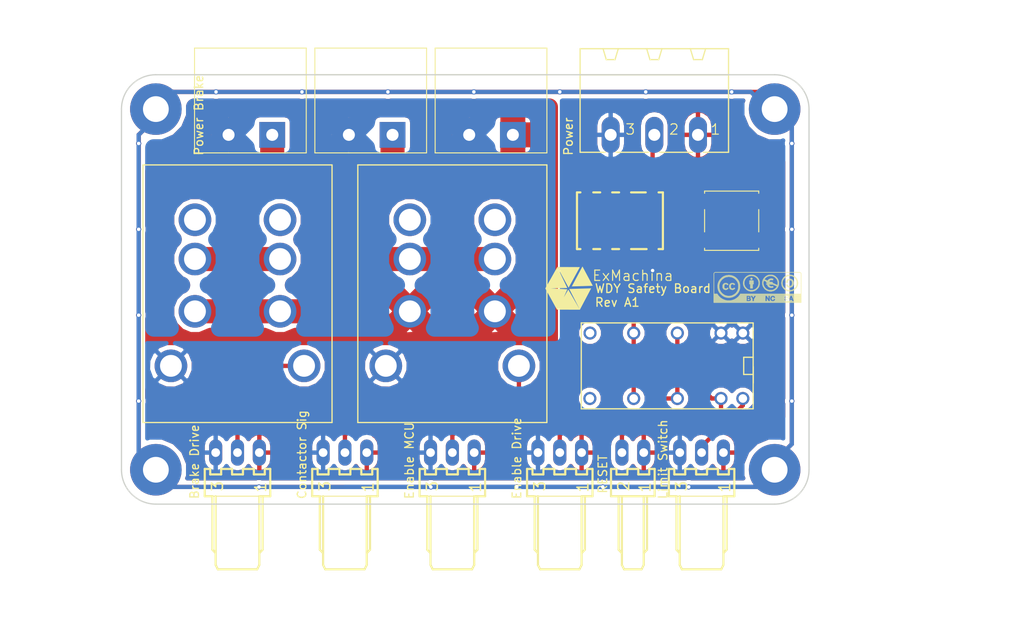
<source format=kicad_pcb>
(kicad_pcb (version 4) (host pcbnew 4.0.6)
  (layers (0 F.Cu signal hide) (31 B.Cu signal hide) (34 B.Paste user) (35 F.Paste user) (36 B.SilkS user) (37 F.SilkS user) (38 B.Mask user) (39 F.Mask user) (44 Edge.Cuts user))
  (net 0 "")
  (net 1 +24V)
  (net 2 GND)
  (net 3 /+24V_BRAKE)
  (net 4 /GND_BRAKE)
  (net 5 "Net-(K1-Pad2)")
  (net 6 "Net-(K1-Pad3)")
  (net 7 "Net-(K2-Pad2)")
  (net 8 "Net-(K2-Pad1)")
  (net 9 BRAKE_DRIVE)
  (net 10 EMERGENCY_SIG)
  (net 11 LIMIT_SIG)
  (net 12 RESET)
  (net 13 Earth)
  (net 14 "Net-(K3-Pad11)")
  (net 15 "Net-(K3-Pad8)")
  (net 16 "Net-(K4-Pad2)")
  (net 17 "Net-(K3-Pad9)")
  (net 18 "Net-(K4-Pad7)")
  (net 19 "Net-(K1-Pad1)")
  (net 20 CONTACTOR_OUT)
  (net 21 BRAKE_OUT)
  (module 7395-02 (layer F.Cu) (at 172 119.5)
    (fp_text reference J10)
    (fp_text value 22-05-7028)
    (fp_text user 1 (at 1.41986 4.03606 270) (layer F.SilkS) (effects (font (size 1.27 1.27) (thickness 0.1778))))
    (fp_text user 2 (at -1.0668 3.90906 270) (layer F.SilkS) (effects (font (size 1.27 1.27) (thickness 0.1778))))
    (pad 1 thru_hole oval (at 1.27 0 180) (size 1.524 3.048) (drill 1.016) (layers *.Cu *.Paste *.Mask) (net 1 +24V))
    (pad 2 thru_hole oval (at -1.27 0 180) (size 1.524 3.048) (drill 1.016) (layers *.Cu *.Paste *.Mask) (net 12 RESET))
  )
  (module relay:PT08-0 (layer F.Cu) (at 151 101)
    (fp_text reference K1)
    (fp_text value LY2-D-DC24)
    (pad 2 thru_hole circle (at 4.95 -8.61) (size 3.8 3.8) (drill 2.54) (layers *.Cu *.Mask) (net 5 "Net-(K1-Pad2)"))
    (pad 1 thru_hole circle (at -4.95 -8.61) (size 3.8 3.8) (drill 2.54) (layers *.Cu *.Mask) (net 19 "Net-(K1-Pad1)"))
    (pad 3 thru_hole circle (at -4.95 -4.04) (size 3.8 3.8) (drill 2.54) (layers *.Cu *.Mask) (net 6 "Net-(K1-Pad3)"))
    (pad 5 thru_hole circle (at -4.95 2.05) (size 3.8 3.8) (drill 2.54) (layers *.Cu *.Mask) (net 3 /+24V_BRAKE))
    (pad 4 thru_hole circle (at 4.95 -4.04) (size 3.8 3.8) (drill 2.54) (layers *.Cu *.Mask) (net 6 "Net-(K1-Pad3)"))
    (pad 6 thru_hole circle (at 4.95 2.05) (size 3.8 3.8) (drill 2.54) (layers *.Cu *.Mask) (net 3 /+24V_BRAKE))
    (pad 8 thru_hole circle (at 7.745 8.4) (size 3.8 3.8) (drill 2.54) (layers *.Cu *.Mask) (net 20 CONTACTOR_OUT))
    (pad 7 thru_hole circle (at -7.745 8.4) (size 3.8 3.8) (drill 2.54) (layers *.Cu *.Mask) (net 2 GND))
  )
  (module relay:G6K-2G-Y (layer F.Cu) (at 170.5 92.5 180)
    (fp_text reference K4)
    (fp_text value G6K-2G-Y-24DC)
    (pad 1 smd rect (at -3.79984 2.84988 180) (size 1.19888 1.79832) (layers F.Cu F.Paste F.Mask) (net 10 EMERGENCY_SIG))
    (pad 2 smd rect (at -0.59944 2.84988 180) (size 1.19888 1.79832) (layers F.Cu F.Paste F.Mask) (net 16 "Net-(K4-Pad2)"))
    (pad 3 smd rect (at 1.59766 2.84988 180) (size 1.19888 1.79832) (layers F.Cu F.Paste F.Mask) (net 1 +24V))
    (pad 4 smd rect (at 3.79984 2.84988 180) (size 1.19888 1.79832) (layers F.Cu F.Paste F.Mask) (net 14 "Net-(K3-Pad11)"))
    (pad 5 smd rect (at 3.79984 -2.84988 180) (size 1.19888 1.79832) (layers F.Cu F.Paste F.Mask) (net 14 "Net-(K3-Pad11)"))
    (pad 6 smd rect (at 1.59766 -2.84988 180) (size 1.19888 1.79832) (layers F.Cu F.Paste F.Mask) (net 1 +24V))
    (pad 7 smd rect (at -0.59944 -2.84988 180) (size 1.19888 1.79832) (layers F.Cu F.Paste F.Mask) (net 18 "Net-(K4-Pad7)"))
    (pad 8 smd rect (at -3.79984 -2.84988 180) (size 1.19888 1.79832) (layers F.Cu F.Paste F.Mask) (net 2 GND))
  )
  (module Fiducials:Fiducial_1mm_Dia_2.54mm_Outer_CopperTop (layer F.Cu) (at 116.5 84.5)
    (fp_text reference REF** hide)
    (fp_text value Fiducial hide)
    (pad ~ smd circle (at 0 0) (size 1 1) (layers F.Cu F.Mask) (clearance 0.77))
  )
  (module Fiducials:Fiducial_1mm_Dia_2.54mm_Outer_CopperTop (layer F.Cu) (at 116.5 116.5)
    (fp_text reference REF** hide)
    (fp_text value Fiducial hide)
    (pad ~ smd circle (at 0 0) (size 1 1) (layers F.Cu F.Mask) (clearance 0.77))
  )
  (module 22-05-7038 (layer F.Cu) (at 126 119.5)
    (fp_text reference J6)
    (fp_text value 22-05-7038)
    (fp_text user 1 (at 2.68986 4.03606 270) (layer F.SilkS) (effects (font (size 1.27 1.27) (thickness 0.1778))))
    (fp_text user 3 (at -2.3368 3.90906 270) (layer F.SilkS) (effects (font (size 1.27 1.27) (thickness 0.1778))))
    (pad 1 thru_hole oval (at 2.54 0 180) (size 1.524 3.048) (drill 1.016) (layers *.Cu *.Paste *.Mask) (net 1 +24V))
    (pad 2 thru_hole oval (at 0 0 180) (size 1.524 3.048) (drill 1.016) (layers *.Cu *.Paste *.Mask) (net 9 BRAKE_DRIVE))
    (pad 3 thru_hole oval (at -2.54 0 180) (size 1.524 3.048) (drill 1.016) (layers *.Cu *.Paste *.Mask) (net 2 GND))
  )
  (module conn_Molex:22-05-7038 (layer F.Cu) (at 180 119.5)
    (fp_text reference J7)
    (fp_text value 22-05-7038)
    (fp_text user 1 (at 2.68986 4.03606 270) (layer F.SilkS) (effects (font (size 1.27 1.27) (thickness 0.1778))))
    (fp_text user 3 (at -2.3368 3.90906 270) (layer F.SilkS) (effects (font (size 1.27 1.27) (thickness 0.1778))))
    (pad 1 thru_hole oval (at 2.54 0 180) (size 1.524 3.048) (drill 1.016) (layers *.Cu *.Paste *.Mask) (net 1 +24V))
    (pad 2 thru_hole oval (at 0 0 180) (size 1.524 3.048) (drill 1.016) (layers *.Cu *.Paste *.Mask) (net 11 LIMIT_SIG))
    (pad 3 thru_hole oval (at -2.54 0 180) (size 1.524 3.048) (drill 1.016) (layers *.Cu *.Paste *.Mask) (net 2 GND))
  )
  (module Mounting_Holes:MountingHole_3mm_Pad (layer F.Cu) (at 188.5 79.5)
    (fp_text reference MK3 hide)
    (fp_text value Mounting_Hole_PAD hide)
    (pad 1 thru_hole circle (at 0 0) (size 6 6) (drill 3) (layers *.Cu *.Mask) (net 13 Earth))
  )
  (module Mounting_Holes:MountingHole_3mm_Pad (layer F.Cu) (at 116.5 121.5)
    (fp_text reference MK1 hide)
    (fp_text value Mounting_Hole_PAD hide)
    (pad 1 thru_hole circle (at 0 0) (size 6 6) (drill 3) (layers *.Cu *.Mask) (net 13 Earth))
  )
  (module Mounting_Holes:MountingHole_3mm_Pad (layer F.Cu) (at 188.5 121.5)
    (fp_text reference MK2 hide)
    (fp_text value Mounting_Hole_PAD hide)
    (pad 1 thru_hole circle (at 0 0) (size 6 6) (drill 3) (layers *.Cu *.Mask) (net 13 Earth))
  )
  (module Mounting_Holes:MountingHole_3mm_Pad (layer F.Cu) (at 116.5 79.5)
    (fp_text reference MK4 hide)
    (fp_text value Mounting_Hole_PAD hide)
    (pad 1 thru_hole circle (at 0 0) (size 6 6) (drill 3) (layers *.Cu *.Mask) (net 13 Earth))
  )
  (module conn_Phoenix:MSTBA3 (layer F.Cu) (at 174.5 77.42 180)
    (fp_text reference J1)
    (fp_text value MSTBA2.5/3-G)
    (fp_text user 1 (at -7.112 -4.445 180) (layer F.SilkS) (effects (font (size 1.2065 1.2065) (thickness 0.127))))
    (fp_text user 2 (at -2.286 -4.445 180) (layer F.SilkS) (effects (font (size 1.2065 1.2065) (thickness 0.127))))
    (fp_text user 3 (at 2.794 -4.445 180) (layer F.SilkS) (effects (font (size 1.2065 1.2065) (thickness 0.127))))
    (pad 1 thru_hole oval (at -5.08 -5.08 270) (size 4.191 2.0955) (drill 1.397) (layers *.Cu *.Mask) (net 1 +24V))
    (pad 2 thru_hole oval (at 0 -5.08 270) (size 4.191 2.0955) (drill 1.397) (layers *.Cu *.Mask) (net 10 EMERGENCY_SIG))
    (pad 3 thru_hole oval (at 5.08 -5.08 270) (size 4.191 2.0955) (drill 1.397) (layers *.Cu *.Mask) (net 2 GND))
  )
  (module conn_Molex:22-05-7038 (layer F.Cu) (at 151 119.5)
    (fp_text reference J3)
    (fp_text value 22-05-7038)
    (fp_text user 1 (at 2.68986 4.03606 270) (layer F.SilkS) (effects (font (size 1.27 1.27) (thickness 0.1778))))
    (fp_text user 3 (at -2.3368 3.90906 270) (layer F.SilkS) (effects (font (size 1.27 1.27) (thickness 0.1778))))
    (pad 1 thru_hole oval (at 2.54 0 180) (size 1.524 3.048) (drill 1.016) (layers *.Cu *.Paste *.Mask) (net 1 +24V))
    (pad 2 thru_hole oval (at 0 0 180) (size 1.524 3.048) (drill 1.016) (layers *.Cu *.Paste *.Mask) (net 20 CONTACTOR_OUT))
    (pad 3 thru_hole oval (at -2.54 0 180) (size 1.524 3.048) (drill 1.016) (layers *.Cu *.Paste *.Mask) (net 2 GND))
  )
  (module conn_Molex:22-05-7038 (layer F.Cu) (at 138.5 119.5)
    (fp_text reference J4)
    (fp_text value 22-05-7038)
    (fp_text user 1 (at 2.68986 4.03606 270) (layer F.SilkS) (effects (font (size 1.27 1.27) (thickness 0.1778))))
    (fp_text user 3 (at -2.3368 3.90906 270) (layer F.SilkS) (effects (font (size 1.27 1.27) (thickness 0.1778))))
    (pad 1 thru_hole oval (at 2.54 0 180) (size 1.524 3.048) (drill 1.016) (layers *.Cu *.Paste *.Mask) (net 1 +24V))
    (pad 2 thru_hole oval (at 0 0 180) (size 1.524 3.048) (drill 1.016) (layers *.Cu *.Paste *.Mask) (net 20 CONTACTOR_OUT))
    (pad 3 thru_hole oval (at -2.54 0 180) (size 1.524 3.048) (drill 1.016) (layers *.Cu *.Paste *.Mask) (net 2 GND))
  )
  (module conn_Molex:22-05-7038 (layer F.Cu) (at 163.5 119.5)
    (fp_text reference J5)
    (fp_text value 22-05-7038)
    (fp_text user 1 (at 2.68986 4.03606 270) (layer F.SilkS) (effects (font (size 1.27 1.27) (thickness 0.1778))))
    (fp_text user 3 (at -2.3368 3.90906 270) (layer F.SilkS) (effects (font (size 1.27 1.27) (thickness 0.1778))))
    (pad 1 thru_hole oval (at 2.54 0 180) (size 1.524 3.048) (drill 1.016) (layers *.Cu *.Paste *.Mask) (net 1 +24V))
    (pad 2 thru_hole oval (at 0 0 180) (size 1.524 3.048) (drill 1.016) (layers *.Cu *.Paste *.Mask) (net 20 CONTACTOR_OUT))
    (pad 3 thru_hole oval (at -2.54 0 180) (size 1.524 3.048) (drill 1.016) (layers *.Cu *.Paste *.Mask) (net 2 GND))
  )
  (module Buttons_Switches_SMD:SW_SPST_B3S-1000 (layer F.Cu) (at 183.5 92.5)
    (fp_text reference SW1)
    (fp_text value B3FS-1000)
    (pad 1 smd rect (at -3.975 -2.25) (size 1.55 1.3) (layers F.Cu F.Paste F.Mask) (net 1 +24V))
    (pad 1 smd rect (at 3.975 -2.25) (size 1.55 1.3) (layers F.Cu F.Paste F.Mask) (net 1 +24V))
    (pad 2 smd rect (at -3.975 2.25) (size 1.55 1.3) (layers F.Cu F.Paste F.Mask) (net 12 RESET))
    (pad 2 smd rect (at 3.975 2.25) (size 1.55 1.3) (layers F.Cu F.Paste F.Mask) (net 12 RESET))
  )
  (module relay:G6AK-234P-ST-US-DCx (layer F.Cu) (at 176 109.4 180)
    (fp_text reference K3)
    (fp_text value G6AK-234P-ST-US-DC24)
    (pad 1 thru_hole circle (at -8.8 -3.8 180) (size 1.524 1.524) (drill 1) (layers *.Cu *.Mask) (net 11 LIMIT_SIG))
    (pad 2 thru_hole circle (at -6.26 -3.8 180) (size 1.524 1.524) (drill 1) (layers *.Cu *.Mask) (net 12 RESET))
    (pad 16 thru_hole circle (at -8.8 3.82 180) (size 1.524 1.524) (drill 1) (layers *.Cu *.Mask) (net 2 GND))
    (pad 4 thru_hole circle (at -1.18 -3.8 180) (size 1.524 1.524) (drill 1) (layers *.Cu *.Mask) (net 20 CONTACTOR_OUT))
    (pad 15 thru_hole circle (at -6.26 3.82 180) (size 1.524 1.524) (drill 1) (layers *.Cu *.Mask) (net 2 GND))
    (pad 6 thru_hole circle (at 3.9 -3.8 180) (size 1.524 1.524) (drill 1) (layers *.Cu *.Mask) (net 14 "Net-(K3-Pad11)"))
    (pad 13 thru_hole circle (at -1.18 3.82 180) (size 1.524 1.524) (drill 1) (layers *.Cu *.Mask) (net 20 CONTACTOR_OUT))
    (pad 8 thru_hole circle (at 9 -3.8 180) (size 1.524 1.524) (drill 1) (layers *.Cu *.Mask) (net 15 "Net-(K3-Pad8)"))
    (pad 9 thru_hole circle (at 8.98 3.82 180) (size 1.524 1.524) (drill 1) (layers *.Cu *.Mask) (net 17 "Net-(K3-Pad9)"))
    (pad 11 thru_hole circle (at 3.9 3.82 180) (size 1.524 1.524) (drill 1) (layers *.Cu *.Mask) (net 14 "Net-(K3-Pad11)"))
  )
  (module relay:PT08-0 (layer F.Cu) (at 126 101)
    (fp_text reference K2)
    (fp_text value LY2-D-DC24)
    (pad 2 thru_hole circle (at 4.95 -8.61) (size 3.8 3.8) (drill 2.54) (layers *.Cu *.Mask) (net 7 "Net-(K2-Pad2)"))
    (pad 1 thru_hole circle (at -4.95 -8.61) (size 3.8 3.8) (drill 2.54) (layers *.Cu *.Mask) (net 8 "Net-(K2-Pad1)"))
    (pad 3 thru_hole circle (at -4.95 -4.04) (size 3.8 3.8) (drill 2.54) (layers *.Cu *.Mask) (net 21 BRAKE_OUT))
    (pad 5 thru_hole circle (at -4.95 2.05) (size 3.8 3.8) (drill 2.54) (layers *.Cu *.Mask) (net 6 "Net-(K1-Pad3)"))
    (pad 4 thru_hole circle (at 4.95 -4.04) (size 3.8 3.8) (drill 2.54) (layers *.Cu *.Mask) (net 21 BRAKE_OUT))
    (pad 6 thru_hole circle (at 4.95 2.05) (size 3.8 3.8) (drill 2.54) (layers *.Cu *.Mask) (net 6 "Net-(K1-Pad3)"))
    (pad 8 thru_hole circle (at 7.745 8.4) (size 3.8 3.8) (drill 2.54) (layers *.Cu *.Mask) (net 9 BRAKE_DRIVE))
    (pad 7 thru_hole circle (at -7.745 8.4) (size 3.8 3.8) (drill 2.54) (layers *.Cu *.Mask) (net 2 GND))
  )
  (module logo:CC-BY-NC-SA (layer F.Cu) (at 186.5 100.3)
    (fp_text reference S? hide)
    (fp_text value CC-BY-NC-SA hide)
  )
  (module logo:EXM-LOGO-BASELINE (layer F.Cu) (at 164.5 100.4)
    (fp_text reference T3 hide)
    (fp_text value EXMACHINA-LOGO-NAME hide)
    (fp_text user ExMachina (at 7.5 -1.5) (layer F.SilkS) (effects (font (size 1.2065 1.2065) (thickness 0.127))))
  )
  (module Fiducials:Fiducial_1mm_Dia_2.54mm_Outer_CopperTop (layer F.Cu) (at 188.5 84.5)
    (fp_text reference REF** hide)
    (fp_text value Fiducial hide)
    (pad ~ smd circle (at 0 0) (size 1 1) (layers F.Cu F.Mask) (clearance 0.77))
  )
  (module Fiducials:Fiducial_1mm_Dia_2.54mm_Outer_CopperTop (layer F.Cu) (at 188.5 116.5)
    (fp_text reference REF** hide)
    (fp_text value Fiducial hide)
    (pad ~ smd circle (at 0 0) (size 1 1) (layers F.Cu F.Mask) (clearance 0.77))
  )
  (module conn_Phoenix:MSTBA2.5 (layer F.Cu) (at 127.5 78.5 180)
    (fp_text reference J8)
    (fp_text value MSTBA2.5/2G)
    (pad 1 thru_hole rect (at -2.54 -4 180) (size 3 3) (drill 1.4) (layers *.Cu *.Mask) (net 21 BRAKE_OUT))
    (pad 2 thru_hole circle (at 2.54 -4 180) (size 3 3) (drill 1.4) (layers *.Cu *.Mask) (net 4 /GND_BRAKE))
  )
  (module conn_Phoenix:MSTBA2.5 (layer F.Cu) (at 141.5 78.5 180)
    (fp_text reference J9)
    (fp_text value MSTBA2.5/2G)
    (pad 1 thru_hole rect (at -2.54 -4 180) (size 3 3) (drill 1.4) (layers *.Cu *.Mask) (net 21 BRAKE_OUT))
    (pad 2 thru_hole circle (at 2.54 -4 180) (size 3 3) (drill 1.4) (layers *.Cu *.Mask) (net 4 /GND_BRAKE))
  )
  (module conn_Phoenix:MSTBA2.5 (layer F.Cu) (at 155.5 78.5 180)
    (fp_text reference J2)
    (fp_text value MSTBA2.5/2G)
    (pad 1 thru_hole rect (at -2.54 -4 180) (size 3 3) (drill 1.4) (layers *.Cu *.Mask) (net 3 /+24V_BRAKE))
    (pad 2 thru_hole circle (at 2.54 -4 180) (size 3 3) (drill 1.4) (layers *.Cu *.Mask) (net 4 /GND_BRAKE))
  )
  (gr_text RESET (at 168.5 122 90) (layer F.SilkS) (effects (font (size 1 1))))
  (gr_text "Limit Switch" (at 175.5 125 90) (layer F.SilkS) (effects (font (size 1 1)) (justify left)))
  (gr_text "Enable Drive" (at 158.5 125 90) (layer F.SilkS) (effects (font (size 1 1)) (justify left)))
  (gr_text "Enable MCU" (at 146 125 90) (layer F.SilkS) (effects (font (size 1 1)) (justify left)))
  (gr_text "Contactor Sig" (at 133.5 125 90) (layer F.SilkS) (effects (font (size 1 1)) (justify left)))
  (gr_text "Brake Drive" (at 121 125 90) (layer F.SilkS) (effects (font (size 1 1)) (justify left)))
  (gr_text Power (at 164.5 85 90) (layer F.SilkS) (effects (font (size 1 1)) (justify left)))
  (gr_text "Power Brake" (at 121.5 85 90) (layer F.SilkS) (effects (font (size 1 1)) (justify left)))
  (gr_text "WDY Safety Board\nRev A1" (at 167.5 101.2) (layer F.SilkS) (effects (font (size 1 1)) (justify left)))
  (gr_arc (start 116.5 121.5) (end 116.5 125.5) (angle 90) (layer Edge.Cuts) (width 0.15))
  (gr_arc (start 188.5 121.5) (end 192.5 121.5) (angle 90) (layer Edge.Cuts) (width 0.15))
  (gr_arc (start 188.5 79.5) (end 188.5 75.5) (angle 90) (layer Edge.Cuts) (width 0.15))
  (gr_line (start 188.5 75.5) (end 116.5 75.5) (angle 90) (layer Edge.Cuts) (width 0.15))
  (gr_line (start 112.5 79.5) (end 112.5 121.5) (angle 90) (layer Edge.Cuts) (width 0.15))
  (gr_arc (start 116.5 79.5) (end 112.5 79.5) (angle 90) (layer Edge.Cuts) (width 0.15))
  (gr_line (start 192.5 121.5) (end 192.5 79.5) (angle 90) (layer Edge.Cuts) (width 0.15))
  (gr_line (start 116.5 125.5) (end 188.5 125.5) (angle 90) (layer Edge.Cuts) (width 0.15))
  (segment (start 174.3 95.64976) (end 174.3 98.3) (width 0.5) (layer F.Cu) (net 2))
  (via (at 174.3 98.3) (size 0.6) (drill 0.4) (layers F.Cu B.Cu) (net 2))
  (segment (start 174.29984 95.34988) (end 174.29984 95.6496) (width 0.5) (layer F.Cu) (net 2))
  (segment (start 174.29984 95.6496) (end 174.3 95.64976) (width 0.5) (layer F.Cu) (net 2))
  (segment (start 134.95 103.05) (end 141.04 96.96) (width 2.8) (layer F.Cu) (net 6))
  (segment (start 141.04 96.96) (end 146.05 96.96) (width 2.8) (layer F.Cu) (net 6))
  (segment (start 146.05 96.96) (end 155.95 96.96) (width 2.8) (layer F.Cu) (net 6))
  (segment (start 130.95 103.05) (end 134.95 103.05) (width 2.8) (layer F.Cu) (net 6))
  (segment (start 121.05 103.05) (end 130.95 103.05) (width 2.8) (layer F.Cu) (net 6))
  (segment (start 126 119.5) (end 126 111) (width 0.5) (layer F.Cu) (net 9))
  (segment (start 127.6 109.4) (end 133.745 109.4) (width 0.5) (layer F.Cu) (net 9))
  (segment (start 126 111) (end 127.6 109.4) (width 0.5) (layer F.Cu) (net 9))
  (segment (start 174.29984 89.65012) (end 174.29984 82.70016) (width 0.5) (layer F.Cu) (net 10))
  (segment (start 174.29984 82.70016) (end 174.5 82.5) (width 0.5) (layer F.Cu) (net 10))
  (segment (start 180 119.5) (end 180 118.8) (width 0.5) (layer F.Cu) (net 11))
  (segment (start 180 118.8) (end 184.8 114) (width 0.5) (layer F.Cu) (net 11))
  (segment (start 184.8 114) (end 184.8 113.2) (width 0.5) (layer F.Cu) (net 11))
  (segment (start 170.73 117.47) (end 170.73 119.5) (width 0.5) (layer F.Cu) (net 12))
  (segment (start 182.26 113.2) (end 181.18237 113.2) (width 0.5) (layer F.Cu) (net 12))
  (segment (start 181.18237 113.2) (end 179.8 111.81763) (width 0.5) (layer F.Cu) (net 12))
  (segment (start 179.8 111.81763) (end 179.8 95.025) (width 0.5) (layer F.Cu) (net 12))
  (segment (start 179.8 95.025) (end 179.525 94.75) (width 0.5) (layer F.Cu) (net 12))
  (segment (start 170.73 117.47) (end 172.2 116) (width 0.5) (layer F.Cu) (net 12))
  (segment (start 172.2 116) (end 181.2 116) (width 0.5) (layer F.Cu) (net 12))
  (segment (start 182.26 114.94) (end 182.26 113.2) (width 0.5) (layer F.Cu) (net 12))
  (segment (start 181.2 116) (end 182.26 114.94) (width 0.5) (layer F.Cu) (net 12))
  (segment (start 179.525 94.75) (end 187.475 94.75) (width 0.5) (layer F.Cu) (net 12))
  (segment (start 183.5 77.5) (end 186.5 77.5) (width 0.5) (layer F.Cu) (net 13))
  (segment (start 123.5 77.5) (end 183.5 77.5) (width 0.5) (layer F.Cu) (net 13))
  (via (at 183.5 77.5) (size 0.6) (drill 0.4) (layers F.Cu B.Cu) (net 13))
  (via (at 173.5 77.5) (size 0.6) (drill 0.4) (layers F.Cu B.Cu) (net 13))
  (segment (start 128.5 123.5) (end 186.5 123.5) (width 0.5) (layer B.Cu) (net 13))
  (segment (start 118.5 123.5) (end 128.5 123.5) (width 0.5) (layer B.Cu) (net 13))
  (via (at 128.5 123.5) (size 0.6) (drill 0.4) (layers F.Cu B.Cu) (net 13))
  (segment (start 116.5 121.5) (end 118.5 123.5) (width 0.5) (layer B.Cu) (net 13))
  (segment (start 186.5 77.5) (end 188.5 79.5) (width 0.5) (layer F.Cu) (net 13))
  (segment (start 148.5 123.5) (end 118.5 123.5) (width 0.5) (layer F.Cu) (net 13))
  (segment (start 118.5 123.5) (end 116.5 121.5) (width 0.5) (layer F.Cu) (net 13))
  (segment (start 123.5 77.5) (end 118.5 77.5) (width 0.5) (layer B.Cu) (net 13))
  (segment (start 118.5 77.5) (end 116.5 79.5) (width 0.5) (layer B.Cu) (net 13))
  (segment (start 133.5 77.5) (end 123.5 77.5) (width 0.5) (layer B.Cu) (net 13))
  (segment (start 143.5 77.5) (end 133.5 77.5) (width 0.5) (layer B.Cu) (net 13))
  (segment (start 153.5 77.5) (end 143.5 77.5) (width 0.5) (layer B.Cu) (net 13))
  (segment (start 163.5 77.5) (end 153.5 77.5) (width 0.5) (layer B.Cu) (net 13))
  (segment (start 173.5 77.5) (end 163.5 77.5) (width 0.5) (layer B.Cu) (net 13))
  (segment (start 185.75 77.5) (end 173.5 77.5) (width 0.5) (layer B.Cu) (net 13))
  (segment (start 187.75 79.5) (end 185.75 77.5) (width 0.5) (layer B.Cu) (net 13))
  (segment (start 188.5 79.5) (end 187.75 79.5) (width 0.5) (layer B.Cu) (net 13))
  (segment (start 188.5 79.5) (end 188 79.5) (width 0.5) (layer B.Cu) (net 13))
  (segment (start 116.5 79.5) (end 116.5 80.5) (width 0.5) (layer B.Cu) (net 13))
  (segment (start 116.5 80.5) (end 114.5 82.5) (width 0.5) (layer B.Cu) (net 13))
  (segment (start 114.5 82.5) (end 114.5 119.5) (width 0.5) (layer B.Cu) (net 13))
  (segment (start 114.5 119.5) (end 116.5 121.5) (width 0.5) (layer B.Cu) (net 13))
  (segment (start 188.5 121.5) (end 188.5 120.5) (width 0.5) (layer B.Cu) (net 13))
  (segment (start 188.5 120.5) (end 190.5 118.5) (width 0.5) (layer B.Cu) (net 13))
  (segment (start 190.5 118.5) (end 190.5 81.5) (width 0.5) (layer B.Cu) (net 13))
  (segment (start 190.5 81.5) (end 188.5 79.5) (width 0.5) (layer B.Cu) (net 13))
  (segment (start 138.5 123.5) (end 186.5 123.5) (width 0.5) (layer B.Cu) (net 13))
  (segment (start 186.5 123.5) (end 188.5 121.5) (width 0.5) (layer B.Cu) (net 13))
  (segment (start 116.5 121.5) (end 117.5 121.5) (width 0.5) (layer B.Cu) (net 13))
  (segment (start 114.5 113.5) (end 114.5 119.5) (width 0.5) (layer F.Cu) (net 13))
  (segment (start 114.5 103.5) (end 114.5 113.5) (width 0.5) (layer F.Cu) (net 13))
  (via (at 114.5 113.5) (size 0.6) (drill 0.4) (layers F.Cu B.Cu) (net 13))
  (segment (start 114.5 93.5) (end 114.5 103.5) (width 0.5) (layer F.Cu) (net 13))
  (via (at 114.5 103.5) (size 0.6) (drill 0.4) (layers F.Cu B.Cu) (net 13))
  (segment (start 114.5 83.5) (end 114.5 93.5) (width 0.5) (layer F.Cu) (net 13))
  (via (at 114.5 93.5) (size 0.6) (drill 0.4) (layers F.Cu B.Cu) (net 13))
  (segment (start 114.5 82.5) (end 114.5 83.5) (width 0.5) (layer F.Cu) (net 13))
  (via (at 114.5 83.5) (size 0.6) (drill 0.4) (layers F.Cu B.Cu) (net 13))
  (segment (start 123.5 77.5) (end 118.5 77.5) (width 0.5) (layer F.Cu) (net 13))
  (via (at 123.5 77.5) (size 0.6) (drill 0.4) (layers F.Cu B.Cu) (net 13))
  (via (at 133.5 77.5) (size 0.6) (drill 0.4) (layers F.Cu B.Cu) (net 13))
  (via (at 143.5 77.5) (size 0.6) (drill 0.4) (layers F.Cu B.Cu) (net 13))
  (via (at 153.5 77.5) (size 0.6) (drill 0.4) (layers F.Cu B.Cu) (net 13))
  (via (at 163.5 77.5) (size 0.6) (drill 0.4) (layers F.Cu B.Cu) (net 13))
  (segment (start 190.5 83.5) (end 190.5 81.5) (width 0.5) (layer F.Cu) (net 13))
  (segment (start 190.5 93.5) (end 190.5 83.5) (width 0.5) (layer F.Cu) (net 13))
  (via (at 190.5 83.5) (size 0.6) (drill 0.4) (layers F.Cu B.Cu) (net 13))
  (segment (start 190.5 103.5) (end 190.5 93.5) (width 0.5) (layer F.Cu) (net 13))
  (via (at 190.5 93.5) (size 0.6) (drill 0.4) (layers F.Cu B.Cu) (net 13))
  (segment (start 190.5 113.5) (end 190.5 103.5) (width 0.5) (layer F.Cu) (net 13))
  (via (at 190.5 103.5) (size 0.6) (drill 0.4) (layers F.Cu B.Cu) (net 13))
  (segment (start 190.5 118.5) (end 190.5 113.5) (width 0.5) (layer F.Cu) (net 13))
  (via (at 190.5 113.5) (size 0.6) (drill 0.4) (layers F.Cu B.Cu) (net 13))
  (segment (start 178.5 123.5) (end 186.5 123.5) (width 0.5) (layer F.Cu) (net 13))
  (segment (start 168.5 123.5) (end 178.5 123.5) (width 0.5) (layer F.Cu) (net 13))
  (via (at 178.5 123.5) (size 0.6) (drill 0.4) (layers F.Cu B.Cu) (net 13))
  (segment (start 158.5 123.5) (end 168.5 123.5) (width 0.5) (layer F.Cu) (net 13))
  (via (at 168.5 123.5) (size 0.6) (drill 0.4) (layers F.Cu B.Cu) (net 13))
  (segment (start 148.5 123.5) (end 158.5 123.5) (width 0.5) (layer F.Cu) (net 13))
  (via (at 158.5 123.5) (size 0.6) (drill 0.4) (layers F.Cu B.Cu) (net 13))
  (via (at 148.5 123.5) (size 0.6) (drill 0.4) (layers F.Cu B.Cu) (net 13))
  (segment (start 116.5 79.5) (end 116.5 80.5) (width 0.5) (layer F.Cu) (net 13))
  (segment (start 116.5 80.5) (end 114.5 82.5) (width 0.5) (layer F.Cu) (net 13))
  (segment (start 114.5 119.5) (end 116.5 121.5) (width 0.5) (layer F.Cu) (net 13))
  (segment (start 118.5 77.5) (end 116.5 79.5) (width 0.5) (layer F.Cu) (net 13))
  (segment (start 188.5 121.5) (end 188.5 120.5) (width 0.5) (layer F.Cu) (net 13))
  (segment (start 188.5 120.5) (end 190.5 118.5) (width 0.5) (layer F.Cu) (net 13))
  (segment (start 190.5 81.5) (end 188.5 79.5) (width 0.5) (layer F.Cu) (net 13))
  (segment (start 186.5 123.5) (end 188.5 121.5) (width 0.5) (layer F.Cu) (net 13))
  (segment (start 172.1 105.58) (end 172.1 113.2) (width 0.5) (layer F.Cu) (net 14))
  (segment (start 170.5 101.5) (end 172.1 103.1) (width 0.5) (layer F.Cu) (net 14))
  (segment (start 172.1 103.1) (end 172.1 105.58) (width 0.5) (layer F.Cu) (net 14))
  (segment (start 168.02 101.5) (end 170.5 101.5) (width 0.5) (layer F.Cu) (net 14))
  (segment (start 166.70016 95.34988) (end 166.70016 100.18016) (width 0.5) (layer F.Cu) (net 14))
  (segment (start 166.70016 100.18016) (end 168.02 101.5) (width 0.5) (layer F.Cu) (net 14))
  (segment (start 166.70016 89.65012) (end 166.70016 95.34988) (width 0.5) (layer F.Cu) (net 14))
  (segment (start 172.20016 105.47984) (end 172.1 105.58) (width 0.5) (layer F.Cu) (net 14))
  (segment (start 151.9 116.5) (end 159.5 116.5) (width 0.5) (layer F.Cu) (net 20))
  (segment (start 159.5 116.5) (end 164.5 116.5) (width 0.5) (layer F.Cu) (net 20))
  (segment (start 158.745 109.4) (end 158.745 115.745) (width 0.5) (layer F.Cu) (net 20))
  (segment (start 158.745 115.745) (end 159.5 116.5) (width 0.5) (layer F.Cu) (net 20))
  (segment (start 139.476 116.5) (end 151.9 116.5) (width 0.5) (layer F.Cu) (net 20))
  (segment (start 151.9 116.576) (end 151.9 116.5) (width 0.5) (layer F.Cu) (net 20))
  (segment (start 151 119.5) (end 151 117.476) (width 0.5) (layer F.Cu) (net 20))
  (segment (start 151 117.476) (end 151.9 116.576) (width 0.5) (layer F.Cu) (net 20))
  (segment (start 163.5 119.5) (end 163.5 117.476) (width 0.5) (layer F.Cu) (net 20))
  (segment (start 163.5 117.476) (end 164.476 116.5) (width 0.5) (layer F.Cu) (net 20))
  (segment (start 164.476 116.5) (end 164.5 116.5) (width 0.5) (layer F.Cu) (net 20))
  (segment (start 164.5 116.5) (end 166.1 114.9) (width 0.5) (layer F.Cu) (net 20))
  (segment (start 138.5 119.5) (end 138.5 117.476) (width 0.5) (layer F.Cu) (net 20))
  (segment (start 138.5 117.476) (end 139.476 116.5) (width 0.5) (layer F.Cu) (net 20))
  (segment (start 166.1 114.9) (end 173.6 114.9) (width 0.5) (layer F.Cu) (net 20))
  (segment (start 173.6 114.9) (end 175.3 113.2) (width 0.5) (layer F.Cu) (net 20))
  (segment (start 175.3 113.2) (end 177.18 113.2) (width 0.5) (layer F.Cu) (net 20))
  (segment (start 177.18 105.58) (end 177.18 113.2) (width 0.5) (layer F.Cu) (net 20))
  (segment (start 144.04 85.46) (end 144.04 82.5) (width 2.8) (layer F.Cu) (net 21))
  (segment (start 141.75 87.75) (end 144.04 85.46) (width 2.8) (layer F.Cu) (net 21))
  (segment (start 132.25 87.75) (end 141.75 87.75) (width 2.8) (layer F.Cu) (net 21))
  (segment (start 128.5 87.75) (end 132.25 87.75) (width 2.8) (layer F.Cu) (net 21))
  (segment (start 130.04 82.5) (end 130.04 86.8) (width 2.8) (layer F.Cu) (net 21))
  (segment (start 130.04 86.8) (end 130.99 87.75) (width 2.8) (layer F.Cu) (net 21))
  (segment (start 130.99 87.75) (end 132.25 87.75) (width 2.8) (layer F.Cu) (net 21))
  (segment (start 126 96.96) (end 126 90.25) (width 2.8) (layer F.Cu) (net 21))
  (segment (start 126 90.25) (end 128.5 87.75) (width 2.8) (layer F.Cu) (net 21))
  (segment (start 121.05 96.96) (end 126 96.96) (width 2.8) (layer F.Cu) (net 21))
  (segment (start 126 96.96) (end 130.95 96.96) (width 2.8) (layer F.Cu) (net 21))
  (zone (net 2) (net_name GND) (layer B.Cu) (connect_pads (clearance 0.508)) (min_thickness 0.5) (fill yes (arc_segments 16) (thermal_gap 0.508) (thermal_bridge_width 0.508))
    (polygon (pts (xy 93.5 63.5) (xy 203.5 63.5) (xy 203.5 138.5) (xy 88.5 138.5) (xy 88.5 63.5)))
  )
  (zone (net 3) (net_name /+24V_BRAKE) (layer F.Cu) (connect_pads (clearance 0.508)) (min_thickness 2) (fill yes (arc_segments 16) (thermal_gap 0.508) (thermal_bridge_width 2.9))
    (polygon (pts (xy 103.5 68.5) (xy 163.8 68.4) (xy 163.8 134.4) (xy 98.5 134.5) (xy 98.5 68.5)))
  )
  (zone (net 1) (net_name +24V) (layer F.Cu) (priority 1) (connect_pads (clearance 0.508)) (min_thickness 0.5) (fill yes (arc_segments 16) (thermal_gap 0.508) (thermal_bridge_width 0.508))
    (polygon (pts (xy 108.5 115) (xy 108.5 128.5) (xy 193.5 128.5) (xy 193.5 68.5) (xy 163.8 68.5) (xy 163.8 115)))
  )
  (zone (net 4) (net_name /GND_BRAKE) (layer B.Cu) (priority 1) (connect_pads (clearance 0.508)) (min_thickness 2) (fill yes (arc_segments 16) (thermal_gap 0.508) (thermal_bridge_width 2.8))
    (polygon (pts (xy 95 67) (xy 95 86) (xy 95 106) (xy 163 106) (xy 163 67)))
  )
)
</source>
